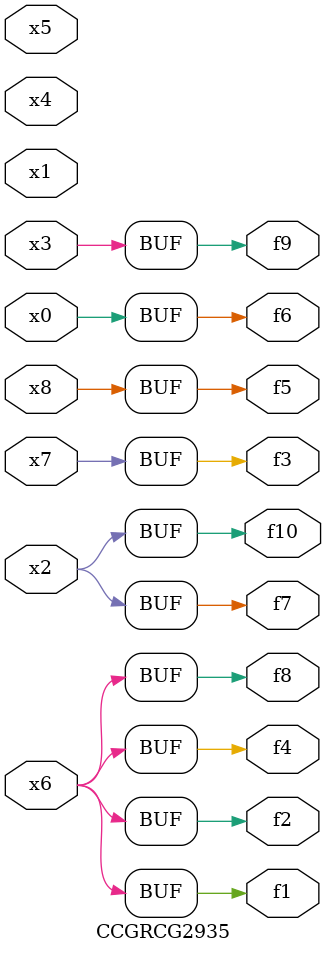
<source format=v>
module CCGRCG2935(
	input x0, x1, x2, x3, x4, x5, x6, x7, x8,
	output f1, f2, f3, f4, f5, f6, f7, f8, f9, f10
);
	assign f1 = x6;
	assign f2 = x6;
	assign f3 = x7;
	assign f4 = x6;
	assign f5 = x8;
	assign f6 = x0;
	assign f7 = x2;
	assign f8 = x6;
	assign f9 = x3;
	assign f10 = x2;
endmodule

</source>
